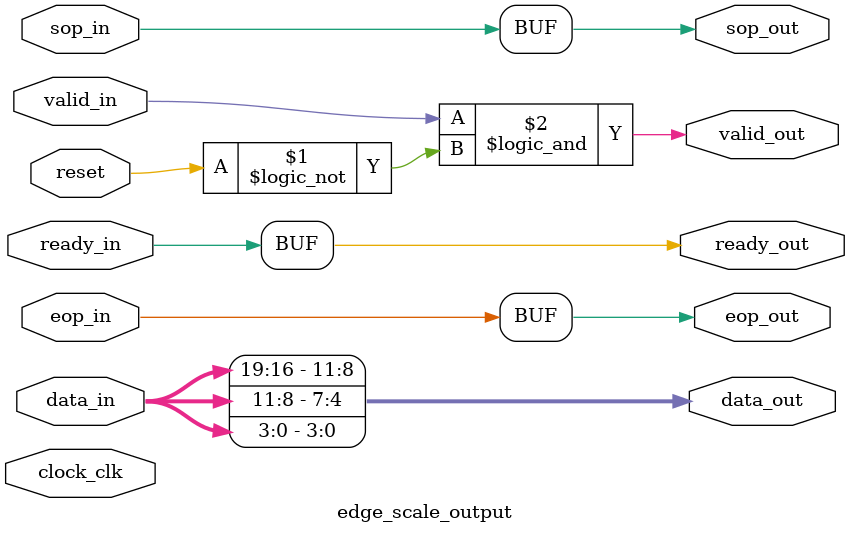
<source format=sv>
module edge_scale_output (
    input  clock_clk,
    input  logic  [23:0]data_in,
    input  logic                sop_in,
    input  logic                eop_in,
    input  logic                valid_in,
    output logic                ready_out,

    input  logic                ready_in,
    input  logic                reset,

    output logic [11:0] data_out,
    output logic                sop_out,
    output logic                eop_out,
    output logic                valid_out

);

    assign ready_out = ready_in;
    // expand the 12 bit RGB to 30 bit RGB
    assign data_out = {data_in[19:16],data_in[11:8],data_in[3:0]};

    // assign the signals as such
    assign eop_out = eop_in;
    assign sop_out = sop_in;
    assign valid_out = valid_in && (!reset);

endmodule
</source>
